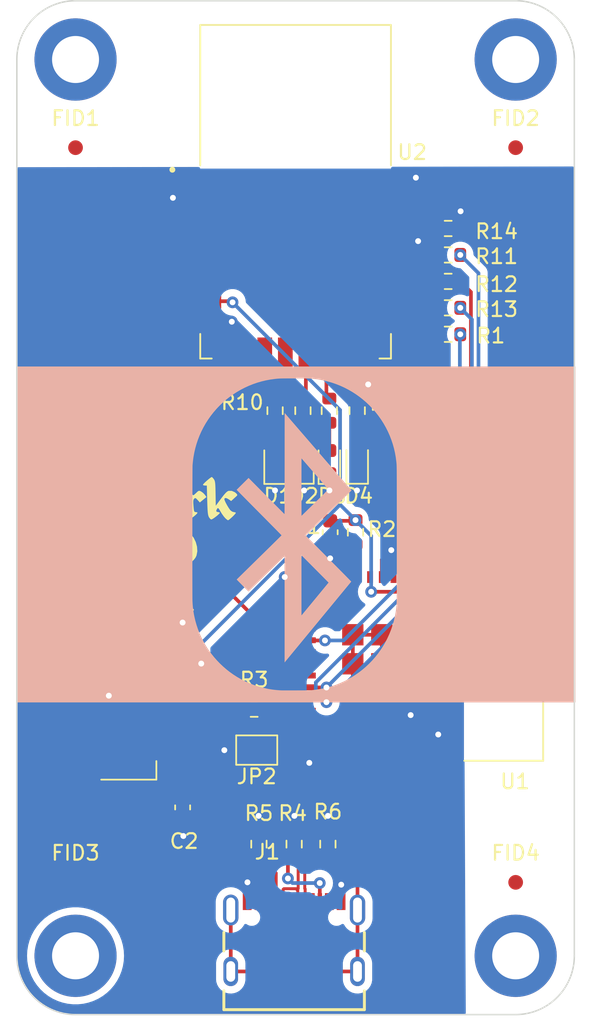
<source format=kicad_pcb>
(kicad_pcb (version 20221018) (generator pcbnew)
  (layers (0 "F.Cu" signal) (31 "B.Cu" signal) (34 "B.Paste" user) (35 "F.Paste" user) (36 "B.SilkS" user "B.Silkscreen") (37 "F.SilkS" user "F.Silkscreen") (38 "B.Mask" user) (39 "F.Mask" user) (44 "Edge.Cuts" user))
  (net 0 "")
  (net 1 "VDD")
  (net 2 "GND")
  (net 3 "VBUS")
  (net 4 "Net-(D1-A)")
  (net 5 "Net-(D2-A)")
  (net 6 "Net-(D3-A)")
  (net 7 "Net-(D4-A)")
  (net 8 "Net-(J1-SHELL_GND-PadS1)")
  (net 9 "/D-")
  (net 10 "/D+")
  (net 12 "Net-(J1-CC2)")
  (net 13 "Net-(J1-CC1)")
  (net 15 "Net-(JP2-A)")
  (net 16 "Net-(U2-~{SPICS})")
  (net 17 "/SPICS")
  (net 18 "Net-(U1-EN)")
  (net 19 "Net-(U1-IO8)")
  (net 20 "Net-(U2-GPIO2{slash}RXLED)")
  (net 21 "Net-(U2-GPIO1{slash}SFDLED)")
  (net 22 "Net-(U2-GPIO0{slash}RXOKLED)")
  (net 23 "Net-(U2-GPIO3{slash}TXLED)")
  (net 24 "Net-(U2-SPICLK)")
  (net 25 "/SPICLK")
  (net 26 "Net-(U2-SPIMISO)")
  (net 27 "/SPIMISO")
  (net 28 "Net-(U2-SPIMOSI)")
  (net 29 "/SPIMOSI")
  (net 30 "Net-(U2-GPIO8{slash}IRQ)")
  (net 39 "/RST_UWB")
  (footprint "Resistor_SMD:R_0603_1608Metric" (layer "F.Cu") (at 164.2 97.9 90)
    (fp_text reference "R9" (at 0.5164 1.8144 180) (layer "F.SilkS"))
    (fp_text value "1K")
    (pad "1" smd roundrect (at -0.825 0 90) (size 0.8 0.95) (layers "F.Cu" "F.Paste" "F.Mask") (net 7 "Net-(D4-A)"))
    (pad "2" smd roundrect (at 0.825 0 90) (size 0.8 0.95) (layers "F.Cu" "F.Paste" "F.Mask") (net 22 "Net-(U2-GPIO0{slash}RXOKLED)"))
  )
  (footprint "Resistor_SMD:R_0603_1608Metric" (layer "F.Cu") (at 157.5 127.4 -90)
    (fp_text reference "R5" (at -2.1 0 -180) (layer "F.SilkS"))
    (fp_text value "5k1")
    (pad "1" smd roundrect (at -0.825 0 270) (size 0.8 0.95) (layers "F.Cu" "F.Paste" "F.Mask") (net 2 "GND"))
    (pad "2" smd roundrect (at 0.825 0 270) (size 0.8 0.95) (layers "F.Cu" "F.Paste" "F.Mask") (net 13 "Net-(J1-CC1)"))
  )
  (footprint "Fiducial:Fiducial_1mm_Mask2mm" (layer "F.Cu") (at 145 80)
    (fp_text reference "FID1" (at 0 -2) (layer "F.SilkS"))
    (fp_text value "Fiducial")
    (pad "" smd circle (at 0 0) (size 1 1) (layers "F.Cu" "F.Mask") (clearance 0.5))
  )
  (footprint "Resistor_SMD:R_0603_1608Metric" (layer "F.Cu") (at 164.084 106.172 -90)
    (fp_text reference "R2" (at -0.2 -1.8 -180) (layer "F.SilkS"))
    (fp_text value "10K")
    (pad "1" smd roundrect (at -0.825 0 270) (size 0.8 0.95) (layers "F.Cu" "F.Paste" "F.Mask") (net 1 "VDD"))
    (pad "2" smd roundrect (at 0.825 0 270) (size 0.8 0.95) (layers "F.Cu" "F.Paste" "F.Mask") (net 18 "Net-(U1-EN)"))
  )
  (footprint "Resistor_SMD:R_0603_1608Metric" (layer "F.Cu") (at 162.2 127.4 90)
    (fp_text reference "R6" (at 2.2 0 180) (layer "F.SilkS"))
    (fp_text value "100K")
    (pad "1" smd roundrect (at -0.825 0 90) (size 0.8 0.95) (layers "F.Cu" "F.Paste" "F.Mask") (net 8 "Net-(J1-SHELL_GND-PadS1)"))
    (pad "2" smd roundrect (at 0.825 0 90) (size 0.8 0.95) (layers "F.Cu" "F.Paste" "F.Mask") (net 2 "GND"))
  )
  (footprint "Resistor_SMD:R_0603_1608Metric" (layer "F.Cu") (at 170.4 92.7)
    (fp_text reference "R1" (at 2.9 0.1) (layer "F.SilkS"))
    (fp_text value "49.9R")
    (pad "1" smd roundrect (at -0.825 0) (size 0.8 0.95) (layers "F.Cu" "F.Paste" "F.Mask") (net 16 "Net-(U2-~{SPICS})"))
    (pad "2" smd roundrect (at 0.825 0) (size 0.8 0.95) (layers "F.Cu" "F.Paste" "F.Mask") (net 17 "/SPICS"))
  )
  (footprint "MountingHole:MountingHole_3.2mm_M3_DIN965_Pad" (layer "F.Cu") (at 145 74)
    (fp_text reference "H1" hide)
    (fp_text value "MountingHole")
    (pad "1" thru_hole circle (at 0 0) (size 5.6 5.6) (drill 3.2) (layers "*.Cu" "*.Mask"))
  )
  (footprint "Resistor_SMD:R_0603_1608Metric" (layer "F.Cu") (at 162.3 97.9 90)
    (fp_text reference "R8" hide)
    (fp_text value "1K")
    (pad "1" smd roundrect (at -0.825 0 90) (size 0.8 0.95) (layers "F.Cu" "F.Paste" "F.Mask") (net 6 "Net-(D3-A)"))
    (pad "2" smd roundrect (at 0.825 0 90) (size 0.8 0.95) (layers "F.Cu" "F.Paste" "F.Mask") (net 21 "Net-(U2-GPIO1{slash}SFDLED)"))
  )
  (footprint "MountingHole:MountingHole_3.2mm_M3_DIN965_Pad" (layer "F.Cu") (at 175 135)
    (fp_text reference "H4" hide)
    (fp_text value "MountingHole")
    (pad "1" thru_hole circle (at 0 0) (size 5.6 5.6) (drill 3.2) (layers "*.Cu" "*.Mask"))
  )
  (footprint "Fiducial:Fiducial_1mm_Mask2mm" (layer "F.Cu") (at 175 130)
    (fp_text reference "FID4" (at 0 -2) (layer "F.SilkS"))
    (fp_text value "Fiducial")
    (pad "" smd circle (at 0 0) (size 1 1) (layers "F.Cu" "F.Mask") (clearance 0.5))
  )
  (footprint "LED_SMD:LED_0603_1608Metric" (layer "F.Cu") (at 158.6 101.4 90)
    (fp_text reference "D1" (at -2.3 0.2 180) (layer "F.SilkS"))
    (fp_text value "LED")
    (pad "1" smd roundrect (at -0.7875 0 90) (size 0.875 0.95) (layers "F.Cu" "F.Paste" "F.Mask") (net 2 "GND"))
    (pad "2" smd roundrect (at 0.7875 0 90) (size 0.875 0.95) (layers "F.Cu" "F.Paste" "F.Mask") (net 4 "Net-(D1-A)"))
  )
  (footprint "DWS3000SQ:XCVR_DWM3000SQ" (layer "F.Cu") (at 160 83)
    (fp_text reference "U2" (at 7.9448 -2.6852) (layer "F.SilkS"))
    (fp_text value "DWM3000SQ")
    (pad "1" smd rect (at -6.295 -0.95) (size 2.45 1) (layers "F.Cu" "F.Paste" "F.Mask"))
    (pad "2" smd rect (at -6.295 0.45) (size 2.45 1) (layers "F.Cu" "F.Paste" "F.Mask") (net 2 "GND"))
    (pad "3" smd rect (at -6.295 1.85) (size 2.45 1) (layers "F.Cu" "F.Paste" "F.Mask") (net 39 "/RST_UWB"))
    (pad "4" smd rect (at -6.295 3.25) (size 2.45 1) (layers "F.Cu" "F.Paste" "F.Mask"))
    (pad "5" smd rect (at -6.295 4.65) (size 2.45 1) (layers "F.Cu" "F.Paste" "F.Mask") (net 1 "VDD"))
    (pad "6" smd rect (at -6.295 6.05) (size 2.45 1) (layers "F.Cu" "F.Paste" "F.Mask") (net 1 "VDD"))
    (pad "7" smd rect (at -6.295 7.45) (size 2.45 1) (layers "F.Cu" "F.Paste" "F.Mask") (net 1 "VDD"))
    (pad "8" smd rect (at -6.295 8.85) (size 2.45 1) (layers "F.Cu" "F.Paste" "F.Mask") (net 2 "GND"))
    (pad "9" smd rect (at -4.9 11.145) (size 1 2.45) (layers "F.Cu" "F.Paste" "F.Mask"))
    (pad "10" smd rect (at -3.5 11.145) (size 1 2.45) (layers "F.Cu" "F.Paste" "F.Mask"))
    (pad "11" smd rect (at -2.1 11.145) (size 1 2.45) (layers "F.Cu" "F.Paste" "F.Mask"))
    (pad "12" smd rect (at -0.7 11.145) (size 1 2.45) (layers "F.Cu" "F.Paste" "F.Mask") (net 23 "Net-(U2-GPIO3{slash}TXLED)"))
    (pad "13" smd rect (at 0.7 11.145) (size 1 2.45) (layers "F.Cu" "F.Paste" "F.Mask") (net 20 "Net-(U2-GPIO2{slash}RXLED)"))
    (pad "14" smd rect (at 2.1 11.145) (size 1 2.45) (layers "F.Cu" "F.Paste" "F.Mask") (net 21 "Net-(U2-GPIO1{slash}SFDLED)"))
    (pad "15" smd rect (at 3.5 11.145) (size 1 2.45) (layers "F.Cu" "F.Paste" "F.Mask") (net 22 "Net-(U2-GPIO0{slash}RXOKLED)"))
    (pad "16" smd rect (at 4.9 11.145) (size 1 2.45) (layers "F.Cu" "F.Paste" "F.Mask") (net 2 "GND"))
    (pad "17" smd rect (at 6.295 8.85) (size 2.45 1) (layers "F.Cu" "F.Paste" "F.Mask") (net 16 "Net-(U2-~{SPICS})"))
    (pad "18" smd rect (at 6.295 7.45) (size 2.45 1) (layers "F.Cu" "F.Paste" "F.Mask") (net 28 "Net-(U2-SPIMOSI)"))
    (pad "19" smd rect (at 6.295 6.05) (size 2.45 1) (layers "F.Cu" "F.Paste" "F.Mask") (net 26 "Net-(U2-SPIMISO)"))
    (pad "20" smd rect (at 6.295 4.65) (size 2.45 1) (layers "F.Cu" "F.Paste" "F.Mask") (net 24 "Net-(U2-SPICLK)"))
    (pad "21" smd rect (at 6.295 3.25) (size 2.45 1) (layers "F.Cu" "F.Paste" "F.Mask") (net 2 "GND"))
    (pad "22" smd rect (at 6.295 1.85) (size 2.45 1) (layers "F.Cu" "F.Paste" "F.Mask") (net 30 "Net-(U2-GPIO8{slash}IRQ)"))
    (pad "23" smd rect (at 6.295 0.45) (size 2.45 1) (layers "F.Cu" "F.Paste" "F.Mask") (net 2 "GND"))
    (pad "24" smd rect (at 6.295 -0.95) (size 2.45 1) (layers "F.Cu" "F.Paste" "F.Mask") (net 2 "GND"))
    (zone (net 0) (net_name "") (layer "B.Cu") (connect_pads (clearance 0)) (min_thickness 0.01)
      (keepout (tracks not_allowed) (vias not_allowed) (pads not_allowed) (copperpour not_allowed) (footprints allowed))
      (fill (thermal_gap 0.508) (thermal_bridge_width 0.508))
      (polygon (pts (xy 153.5 71.65) (xy 166.5 71.65) (xy 166.5 81.425) (xy 153.5 81.425)))
    )
  )
  (footprint "Resistor_SMD:R_0603_1608Metric" (layer "F.Cu") (at 170.4 87.3)
    (fp_text reference "R11" (at 3.3 0.1) (layer "F.SilkS"))
    (fp_text value "49.9R")
    (pad "1" smd roundrect (at -0.825 0) (size 0.8 0.95) (layers "F.Cu" "F.Paste" "F.Mask") (net 24 "Net-(U2-SPICLK)"))
    (pad "2" smd roundrect (at 0.825 0) (size 0.8 0.95) (layers "F.Cu" "F.Paste" "F.Mask") (net 25 "/SPICLK"))
  )
  (footprint "Capacitor_SMD:C_0603_1608Metric" (layer "F.Cu") (at 152.3 114.3 90)
    (fp_text reference "C3" (at 2.3 -0.1 180) (layer "F.SilkS"))
    (fp_text value "22u")
    (pad "1" smd roundrect (at -0.775 0 90) (size 0.9 0.95) (layers "F.Cu" "F.Paste" "F.Mask") (net 1 "VDD"))
    (pad "2" smd roundrect (at 0.775 0 90) (size 0.9 0.95) (layers "F.Cu" "F.Paste" "F.Mask") (net 2 "GND"))
  )
  (footprint "LOGO" (layer "F.Cu") (at 150.1648 106.0704)
    (fp_text reference "G***" hide)
    (fp_text value "LOGO" hide)
  )
  (footprint "LED_SMD:LED_0603_1608Metric" (layer "F.Cu") (at 160.5 101.3875 90)
    (fp_text reference "D2" (at -2.3125 0.1 180) (layer "F.SilkS"))
    (fp_text value "LED")
    (pad "1" smd roundrect (at -0.7875 0 90) (size 0.875 0.95) (layers "F.Cu" "F.Paste" "F.Mask") (net 2 "GND"))
    (pad "2" smd roundrect (at 0.7875 0 90) (size 0.875 0.95) (layers "F.Cu" "F.Paste" "F.Mask") (net 5 "Net-(D2-A)"))
  )
  (footprint "Package_TO_SOT_SMD:SOT-223-3_TabPin2" (layer "F.Cu") (at 148.6 119.6)
    (fp_text reference "U4" (at -3.5152 -4.538) (layer "F.SilkS"))
    (fp_text value "AMS1117-3.3")
    (pad "1" smd rect (at -3.15 -2.3) (size 2 1.5) (layers "F.Cu" "F.Paste" "F.Mask") (net 2 "GND"))
    (pad "2" smd rect (at -3.15 0) (size 2 1.5) (layers "F.Cu" "F.Paste" "F.Mask") (net 1 "VDD"))
    (pad "2" smd rect (at 3.15 0) (size 2 3.8) (layers "F.Cu" "F.Paste" "F.Mask") (net 1 "VDD"))
    (pad "3" smd rect (at -3.15 2.3) (size 2 1.5) (layers "F.Cu" "F.Paste" "F.Mask") (net 3 "VBUS"))
  )
  (footprint "Capacitor_SMD:C_0603_1608Metric" (layer "F.Cu") (at 162.3568 106.172 -90)
    (fp_text reference "C1" (at -0.4 1.6 -180) (layer "F.SilkS"))
    (fp_text value "1u")
    (pad "1" smd roundrect (at -0.775 0 270) (size 0.9 0.95) (layers "F.Cu" "F.Paste" "F.Mask") (net 1 "VDD"))
    (pad "2" smd roundrect (at 0.775 0 270) (size 0.9 0.95) (layers "F.Cu" "F.Paste" "F.Mask") (net 2 "GND"))
  )
  (footprint "LED_SMD:LED_0603_1608Metric" (layer "F.Cu") (at 164.2 101.3875 90)
    (fp_text reference "D4" (at -2.3125 0.1 180) (layer "F.SilkS"))
    (fp_text value "LED")
    (pad "1" smd roundrect (at -0.7875 0 90) (size 0.875 0.95) (layers "F.Cu" "F.Paste" "F.Mask") (net 2 "GND"))
    (pad "2" smd roundrect (at 0.7875 0 90) (size 0.875 0.95) (layers "F.Cu" "F.Paste" "F.Mask") (net 7 "Net-(D4-A)"))
  )
  (footprint "Resistor_SMD:R_0603_1608Metric" (layer "F.Cu") (at 170.4 89.1)
    (fp_text reference "R12" (at 3.3 0.2) (layer "F.SilkS"))
    (fp_text value "49.9R")
    (pad "1" smd roundrect (at -0.825 0) (size 0.8 0.95) (layers "F.Cu" "F.Paste" "F.Mask") (net 26 "Net-(U2-SPIMISO)"))
    (pad "2" smd roundrect (at 0.825 0) (size 0.8 0.95) (layers "F.Cu" "F.Paste" "F.Mask") (net 27 "/SPIMISO"))
  )
  (footprint "LED_SMD:LED_0603_1608Metric" (layer "F.Cu") (at 162.3 101.4 90)
    (fp_text reference "D3" (at -2.3 0.2 180) (layer "F.SilkS"))
    (fp_text value "LED")
    (pad "1" smd roundrect (at -0.7875 0 90) (size 0.875 0.95) (layers "F.Cu" "F.Paste" "F.Mask") (net 2 "GND"))
    (pad "2" smd roundrect (at 0.7875 0 90) (size 0.875 0.95) (layers "F.Cu" "F.Paste" "F.Mask") (net 6 "Net-(D3-A)"))
  )
  (footprint "MountingHole:MountingHole_3.2mm_M3_DIN965_Pad" (layer "F.Cu") (at 175 74)
    (fp_text reference "H2" hide)
    (fp_text value "MountingHole")
    (pad "1" thru_hole circle (at 0 0) (size 5.6 5.6) (drill 3.2) (layers "*.Cu" "*.Mask"))
  )
  (footprint "Resistor_SMD:R_0603_1608Metric" (layer "F.Cu") (at 159.9 127.4 90)
    (fp_text reference "R4" (at 2.1 -0.1 180) (layer "F.SilkS"))
    (fp_text value "5k1")
    (pad "1" smd roundrect (at -0.825 0 90) (size 0.8 0.95) (layers "F.Cu" "F.Paste" "F.Mask") (net 12 "Net-(J1-CC2)"))
    (pad "2" smd roundrect (at 0.825 0 90) (size 0.8 0.95) (layers "F.Cu" "F.Paste" "F.Mask") (net 2 "GND"))
  )
  (footprint "Fiducial:Fiducial_1mm_Mask2mm" (layer "F.Cu") (at 175 80)
    (fp_text reference "FID2" (at 0 -2) (layer "F.SilkS"))
    (fp_text value "Fiducial")
    (pad "" smd circle (at 0 0) (size 1 1) (layers "F.Cu" "F.Mask") (clearance 0.5))
  )
  (footprint "LOGO" (layer "F.Cu") (at 160.02 106.3244)
    (fp_text reference "G***" hide)
    (fp_text value "LOGO" hide)
  )
  (footprint "Fiducial:Fiducial_1mm_Mask2mm" (layer "F.Cu") (at 145 130)
    (fp_text reference "FID3" (at 0 -2) (layer "F.SilkS"))
    (fp_text value "Fiducial")
    (pad "" smd circle (at 0 0) (size 1 1) (layers "F.Cu" "F.Mask") (clearance 0.5))
  )
  (footprint "Resistor_SMD:R_0603_1608Metric" (layer "F.Cu") (at 170.4 85.5 180)
    (fp_text reference "R14" (at -3.3 -0.2) (layer "F.SilkS"))
    (fp_text value "100K")
    (pad "1" smd roundrect (at -0.825 0 180) (size 0.8 0.95) (layers "F.Cu" "F.Paste" "F.Mask") (net 2 "GND"))
    (pad "2" smd roundrect (at 0.825 0 180) (size 0.8 0.95) (layers "F.Cu" "F.Paste" "F.Mask") (net 30 "Net-(U2-GPIO8{slash}IRQ)"))
  )
  (footprint "Jumper:SolderJumper-2_P1.3mm_Open_Pad1.0x1.5mm" (layer "F.Cu") (at 157.35 121 180)
    (fp_text reference "JP2" (at 0 -1.8) (layer "F.SilkS"))
    (fp_text value "SolderJumper_2_Open")
    (pad "1" smd rect (at -0.65 0 180) (size 1 1.5) (layers "F.Cu" "F.Mask") (net 15 "Net-(JP2-A)"))
    (pad "2" smd rect (at 0.65 0 180) (size 1 1.5) (layers "F.Cu" "F.Mask") (net 2 "GND"))
  )
  (footprint "Resistor_SMD:R_0603_1608Metric" (layer "F.Cu") (at 158.6 97.9 90)
    (fp_text reference "R10" (at 0.5672 -2.2376 180) (layer "F.SilkS"))
    (fp_text value "1K")
    (pad "1" smd roundrect (at -0.825 0 90) (size 0.8 0.95) (layers "F.Cu" "F.Paste" "F.Mask") (net 4 "Net-(D1-A)"))
    (pad "2" smd roundrect (at 0.825 0 90) (size 0.8 0.95) (layers "F.Cu" "F.Paste" "F.Mask") (net 23 "Net-(U2-GPIO3{slash}TXLED)"))
  )
  (footprint "Resistor_SMD:R_0603_1608Metric" (layer "F.Cu") (at 170.4 90.9)
    (fp_text reference "R13" (at 3.3 0.1) (layer "F.SilkS"))
    (fp_text value "49.9R")
    (pad "1" smd roundrect (at -0.825 0) (size 0.8 0.95) (layers "F.Cu" "F.Paste" "F.Mask") (net 28 "Net-(U2-SPIMOSI)"))
    (pad "2" smd roundrect (at 0.825 0) (size 0.8 0.95) (layers "F.Cu" "F.Paste" "F.Mask") (net 29 "/SPIMOSI"))
  )
  (footprint "USB4105-GF-A:GCT_USB4105-GF-A" (layer "F.Cu") (at 159.9 136.065)
    (fp_text reference "J1" (at -1.825 -8.135) (layer "F.SilkS"))
    (fp_text value "USB4105-GF-A")
    (pad "" np_thru_hole circle (at -2.89 -3.68) (size 0.65 0.65) (drill 0.65) (layers "*.Cu" "*.Mask"))
    (pad "" np_thru_hole circle (at 2.89 -3.68) (size 0.65 0.65) (drill 0.65) (layers "*.Cu" "*.Mask"))
    (pad "A1_B12" smd rect (at -3.2 -4.755) (size 0.6 1.15) (layers "F.Cu" "F.Paste" "F.Mask") (net 2 "GND"))
    (pad "A4_B9" smd rect (at -2.4 -4.755) (size 0.6 1.15) (layers "F.Cu" "F.Paste" "F.Mask") (net 3 "VBUS"))
    (pad "A5" smd rect (at -1.25 -4.755) (size 0.3 1.15) (layers "F.Cu" "F.Paste" "F.Mask") (net 13 "Net-(J1-CC1)"))
    (pad "A6" smd rect (at -0.25 -4.755) (size 0.3 1.15) (layers "F.Cu" "F.Paste" "F.Mask") (net 10 "/D+"))
    (pad "A7" smd rect (at 0.25 -4.755) (size 0.3 1.15) (layers "F.Cu" "F.Paste" "F.Mask") (net 9 "/D-"))
    (pad "A8" smd rect (at 1.25 -4.755) (size 0.3 1.15) (layers "F.Cu" "F.Paste" "F.Mask"))
    (pad "B1_A12" smd rect (at 3.2 -4.755) (size 0.6 1.15) (layers "F.Cu" "F.Paste" "F.Mask") (net 2 "GND"))
    (pad "B4_A9" smd rect (at 2.4 -4.755) (size 0.6 1.15) (layers "F.Cu" "F.Paste" "F.Mask") (net 3 "VBUS"))
    (pad "B5" smd rect (at 1.75 -4.755) (size 0.3 1.15) (layers "F.Cu" "F.Paste" "F.Mask") (net 12 "Net-(J1-CC2)"))
    (pad "B6" smd rect (at 0.75 -4.755) (size 0.3 1.15) (layers "F.Cu" "F.Paste" "F.Mask") (net 10 "/D+"))
    (pad "B7" smd rect (at -0.75 -4.755) (size 0.3 1.15) (layers "F.Cu" "F.Paste" "F.Mask") (net 9 "/D-"))
    (pad "B8" smd rect (at -1.75 -4.755) (size 0.3 1.15) (layers "F.Cu" "F.Paste" "F.Mask"))
    (pad "S1" thru_hole oval (at -4.32 -4.18) (size 1.05 2.1) (drill oval 0.6 1.7) (layers "*.Cu" "*.Mask") (net 8 "Net-(J1-SHELL_GND-PadS1)"))
    (pad "S2" thru_hole oval (at -4.32 0) (size 1 2) (drill oval 0.6 1.4) (layers "*.Cu" "*.Mask") (net 8 "Net-(J1-SHELL_GND-PadS1)"))
    (pad "S3" thru_hole oval (at 4.32 0) (size 1 2) (drill oval 0.6 1.4) (layers "*.Cu" "*.Mask") (net 8 "Net-(J1-SHELL_GND-PadS1)"))
    (pad "S4" thru_hole oval (at 4.32 -4.18) (size 1.05 2.1) (drill oval 0.6 1.7) (layers "*.Cu" "*.Mask") (net 8 "Net-(J1-SHELL_GND-PadS1)"))
  )
  (footprint "ESP32-C3-MINI-1-N4:XCVR_ESP32-C3-MINI-1-N4" (layer "F.Cu") (at 168.575 115.125 -90)
    (fp_text reference "U1" (at 8.0142 -6.3802 -180) (layer "F.SilkS"))
    (fp_text value "ESP32-C3-MINI-1-N4")
    (pad "1" smd rect (at -5.9 -1.3 270) (size 0.8 0.4) (layers "F.Cu" "F.Paste" "F.Mask") (net 2 "GND"))
    (pad "2" smd rect (at -5.9 -0.5 270) (size 0.8 0.4) (layers "F.Cu" "F.Paste" "F.Mask") (net 2 "GND"))
    (pad "3" smd rect (at -5.9 0.3 270) (size 0.8 0.4) (layers "F.Cu" "F.Paste" "F.Mask") (net 1 "VDD"))
    (pad "4" smd rect (at -5.9 1.1 270) (size 0.8 0.4) (layers "F.Cu" "F.Paste" "F.Mask"))
    (pad "5" smd rect (at -5.9 1.9 270) (size 0.8 0.4) (layers "F.Cu" "F.Paste" "F.Mask") (net 27 "/SPIMISO"))
    (pad "6" smd rect (at -5.9 2.7 270) (size 0.8 0.4) (layers "F.Cu" "F.Paste" "F.Mask") (net 2 "GND"))
    (pad "7" smd rect (at -5.9 3.5 270) (size 0.8 0.4) (layers "F.Cu" "F.Paste" "F.Mask"))
    (pad "8" smd rect (at -5.9 4.3 270) (size 0.8 0.4) (layers "F.Cu" "F.Paste" "F.Mask") (net 18 "Net-(U1-EN)"))
    (pad "9" smd rect (at -5.9 5.1 270) (size 0.8 0.4) (layers "F.Cu" "F.Paste" "F.Mask"))
    (pad "10" smd rect (at -5.9 5.9 270) (size 0.8 0.4) (layers "F.Cu" "F.Paste" "F.Mask"))
    (pad "11" smd rect (at -5.9 6.7 270) (size 0.8 0.4) (layers "F.Cu" "F.Paste" "F.Mask") (net 2 "GND"))
    (pad "12" smd rect (at -4.8 7.6 270) (size 0.4 0.8) (layers "F.Cu" "F.Paste" "F.Mask"))
    (pad "13" smd rect (at -4 7.6 270) (size 0.4 0.8) (layers "F.Cu" "F.Paste" "F.Mask"))
    (pad "14" smd rect (at -3.2 7.6 270) (size 0.4 0.8) (layers "F.Cu" "F.Paste" "F.Mask") (net 2 "GND"))
    (pad "15" smd rect (at -2.4 7.6 270) (size 0.4 0.8) (layers "F.Cu" "F.Paste" "F.Mask"))
    (pad "16" smd rect (at -1.6 7.6 270) (size 0.4 0.8) (layers "F.Cu" "F.Paste" "F.Mask") (net 17 "/SPICS"))
    (pad "17" smd rect (at -0.8 7.6 270) (size 0.4 0.8) (layers "F.Cu" "F.Paste" "F.Mask"))
    (pad "18" smd rect (at 0 7.6 270) (size 0.4 0.8) (layers "F.Cu" "F.Paste" "F.Mask") (net 39 "/RST_UWB"))
    (pad "19" smd rect (at 0.8 7.6 270) (size 0.4 0.8) (layers "F.Cu" "F.Paste" "F.Mask"))
    (pad "20" smd rect (at 1.6 7.6 270) (size 0.4 0.8) (layers "F.Cu" "F.Paste" "F.Mask") (net 25 "/SPICLK"))
    (pad "21" smd rect (at 2.4 7.6 270) (size 0.4 0.8) (layers "F.Cu" "F.Paste" "F.Mask") (net 29 "/SPIMOSI"))
    (pad "22" smd rect (at 3.2 7.6 270) (size 0.4 0.8) (layers "F.Cu" "F.Paste" "F.Mask") (net 19 "Net-(U1-IO8)"))
    (pad "23" smd rect (at 4 7.6 270) (size 0.4 0.8) (layers "F.Cu" "F.Paste" "F.Mask") (net 15 "Net-(JP2-A)"))
    (pad "24" smd rect (at 4.8 7.6 270) (size 0.4 0.8) (layers "F.Cu" "F.Paste" "F.Mask"))
    (pad "25" smd rect (at 5.9 6.7 270) (size 0.8 0.4) (layers "F.Cu" "F.Paste" "F.Mask"))
    (pad "26" smd rect (at 5.9 5.9 270) (size 0.8 0.4) (layers "F.Cu" "F.Paste" "F.Mask") (net 9 "/D-"))
    (pad "27" smd rect (at 5.9 5.1 270) (size 0.8 0.4) (layers "F.Cu" "F.Paste" "F.Mask") (net 10 "/D+"))
    (pad "28" smd rect (at 5.9 4.3 270) (size 0.8 0.4) (layers "F.Cu" "F.Paste" "F.Mask"))
    (pad "29" smd rect (at 5.9 3.5 270) (size 0.8 0.4) (layers "F.Cu" "F.Paste" "F.Mask"))
    (pad "30" smd rect (at 5.9 2.7 270) (size 0.8 0.4) (layers "F.Cu" "F.Paste" "F.Mask"))
    (pad "31" smd rect (at 5.9 1.9 270) (size 0.8 0.4) (layers "F.Cu" "F.Paste" "F.Mask"))
    (pad "32" smd rect (at 5.9 1.1 270) (size 0.8 0.4) (layers "F.Cu" "F.Paste" "F.Mask"))
    (pad "33" smd rect (at 5.9 0.3 270) (size 0.8 0.4) (layers "F.Cu" "F.Paste" "F.Mask"))
    (pad "34" smd rect (at 5.9 -0.5 270) (size 0.8 0.4) (layers "F.Cu" "F.Paste" "F.Mask"))
    (pad "35" smd rect (at 5.9 -1.3 270) (size 0.8 0.4) (layers "F.Cu" "F.Paste" "F.Mask"))
    (pad "36" smd rect (at 4.8 -2.2 270) (size 0.4 0.8) (layers "F.Cu" "F.Paste" "F.Mask") (net 2 "GND"))
    (pad "37" smd rect (at 4 -2.2 270) (size 0.4 0.8) (layers "F.Cu" "F.Paste" "F.Mask") (net 2 "GND"))
    (pad "38" smd rect (at 3.2 -2.2 270) (size 0.4 0.8) (layers "F.Cu" "F.Paste" "F.Mask") (net 2 "GND"))
    (pad "39" smd rect (at 2.4 -2.2 270) (size 0.4 0.8) (layers "F.Cu" "F.Paste" "F.Mask") (net 2 "GND"))
    (pad "40" smd rect (at 1.6 -2.2 270) (size 0.4 0.8) (layers "F.Cu" "F.Paste" "F.Mask") (net 2 "GND"))
    (pad "41" smd rect (at 0.8 -2.2 270) (size 0.4 0.8) (layers "F.Cu" "F.Paste" "F.Mask") (net 2 "GND"))
    (pad "42" smd rect (at 0 -2.2 270) (size 0.4 0.8) (layers "F.Cu" "F.Paste" "F.Mask") (net 2 "GND"))
    (pad "43" smd rect (at -0.8 -2.2 270) (size 0.4 0.8) (layers "F.Cu" "F.Paste" "F.Mask") (net 2 "GND"))
    (pad "44" smd rect (at -1.6 -2.2 270) (size 0.4 0.8) (layers "F.Cu" "F.Paste" "F.Mask") (net 2 "GND"))
    (pad "45" smd rect (at -2.4 -2.2 270) (size 0.4 0.8) (layers "F.Cu" "F.Paste" "F.Mask") (net 2 "GND"))
    (pad "46" smd rect (at -3.2 -2.2 270) (size 0.4 0.8) (layers "F.Cu" "F.Paste" "F.Mask") (net 2 "GND"))
    (pad "47" smd rect (at -4 -2.2 270) (size 0.4 0.8) (layers "F.Cu" "F.Paste" "F.Mask") (net 2 "GND"))
    (pad "48" smd rect (at -4.8 -2.2 270) (size 0.4 0.8) (layers "F.Cu" "F.Paste" "F.Mask") (net 2 "GND"))
    (pad "49_1" smd custom (at -1.975 0.725 270) (size 0.6 0.6) (layers "F.Cu") (net 2 "GND") (options (clearance outline) (anchor rect)) (primitives (gr_poly (pts (xy 0.725 0.725) (xy -0.725 0.725) (xy -0.725 -0.125) (xy -0.125 -0.725) (xy 0.725 -0.725)) (width 0.01) (fill yes))))
    (pad "49_2" smd rect (at 0 0.725 270) (size 1.45 1.45) (layers "F.Cu" "F.Paste" "F.Mask") (net 2 "GND"))
    (pad "49_3" smd rect (at 1.975 0.725 270) (size 1.45 1.45) (layers "F.Cu" "F.Paste" "F.Mask") (net 2 "GND"))
    (pad "49_4" smd rect (at 1.975 2.7 270) (size 1.45 1.45) (layers "F.Cu" "F.Paste" "F.Mask") (net 2 "GND"))
    (pad "49_5" smd rect (at 1.975 4.675 270) (size 1.45 1.45) (layers "F.Cu" "F.Paste" "F.Mask") (net 2 "GND"))
    (pad "49_6" smd rect (at 0 4.675 270) (size 1.45 1.45) (layers "F.Cu" "F.Paste" "F.Mask") (net 2 "GND"))
    (pad "49_7" smd rect (at -1.975 4.675 270) (size 1.45 1.45) (layers "F.Cu" "F.Paste" "F.Mask") (net 2 "GND"))
    (pad "49_8" smd rect (at -1.975 2.7 270) (size 1.45 1.45) (layers "F.Cu" "F.Paste" "F.Mask") (net 2 "GND"))
    (pad "49_9" smd rect (at 0 2.7 270) (size 1.45 1.45) (layers "F.Cu" "F.Paste" "F.Mask") (net 2 "GND"))
    (pad "50" smd rect (at 5.95 -2.25 270) (size 0.7 0.7) (layers "F.Cu" "F.Paste" "F.Mask") (net 2 "GND"))
    (pad "51" smd rect (at 5.95 7.65 270) (size 0.7 0.7) (layers "F.Cu" "F.Paste" "F.Mask") (net 2 "GND"))
    (pad "52" smd rect (at -5.95 7.65 270) (size 0.7 0.7) (layers "F.Cu" "F.Paste" "F.Mask") (net 2 "GND"))
    (pad "53" smd rect (at -5.95 -2.25 270) (size 0.7 0.7) (layers "F.Cu" "F.Paste" "F.Mask") (net 2 "GND"))
    (zone (net 0) (net_name "") (layer "B.Cu") (connect_pads (clearance 0)) (min_thickness 0.01)
      (keepout (tracks not_allowed) (vias not_allowed) (pads not_allowed) (copperpour not_allowed) (footprints allowed))
      (fill (thermal_gap 0.508) (thermal_bridge_width 0.508))
      (polygon (pts (xy 176.875 108.525) (xy 176.875 121.725) (xy 171.475 121.725) (xy 171.475 108.525)))
    )
  )
  (footprint "Resistor_SMD:R_0603_1608Metric" (layer "F.Cu") (at 157.1752 118.2116 180)
    (fp_text reference "R3" (at 0 2) (layer "F.SilkS"))
    (fp_text value "10K")
    (pad "1" smd roundrect (at -0.825 0 180) (size 0.8 0.95) (layers "F.Cu" "F.Paste" "F.Mask") (net 19 "Net-(U1-IO8)"))
    (pad "2" smd roundrect (at 0.825 0 180) (size 0.8 0.95) (layers "F.Cu" "F.Paste" "F.Mask") (net 1 "VDD"))
  )
  (footprint "MountingHole:MountingHole_3.2mm_M3_DIN965_Pad" (layer "F.Cu") (at 145 135)
    (fp_text reference "H3" hide)
    (fp_text value "MountingHole")
    (pad "1" thru_hole circle (at 0 0) (size 5.6 5.6) (drill 3.2) (layers "*.Cu" "*.Mask"))
  )
  (footprint "Resistor_SMD:R_0603_1608Metric" (layer "F.Cu") (at 160.5 97.9 90)
    (fp_text reference "R7" hide)
    (fp_text value "1K")
    (pad "1" smd roundrect (at -0.825 0 90) (size 0.8 0.95) (layers "F.Cu" "F.Paste" "F.Mask") (net 5 "Net-(D2-A)"))
    (pad "2" smd roundrect (at 0.825 0 90) (size 0.8 0.95) (layers "F.Cu" "F.Paste" "F.Mask") (net 20 "Net-(U2-GPIO2{slash}RXLED)"))
  )
  (footprint "Capacitor_SMD:C_0603_1608Metric" (layer "F.Cu") (at 152.3 124.9 -90)
    (fp_text reference "C2" (at 2.3 -0.1 -180) (layer "F.SilkS"))
    (fp_text value "10u")
    (pad "1" smd roundrect (at -0.775 0 270) (size 0.9 0.95) (layers "F.Cu" "F.Paste" "F.Mask") (net 3 "VBUS"))
    (pad "2" smd roundrect (at 0.775 0 270) (size 0.9 0.95) (layers "F.Cu" "F.Paste" "F.Mask") (net 2 "GND"))
  )
  (gr_line (start 141 74) (end 141 135) (stroke (width 0.1)) (layer "Edge.Cuts"))
  (gr_line (start 145 139) (end 175 139) (stroke (width 0.1)) (layer "Edge.Cuts"))
  (gr_line (start 179 74) (end 179 135) (stroke (width 0.1)) (layer "Edge.Cuts"))
  (gr_line (start 145 70) (end 175 70) (stroke (width 0.1)) (layer "Edge.Cuts"))
  (gr_arc (start 141 74) (mid 142.171573 71.171573) (end 145 70) (stroke (width 0.1)) (layer "Edge.Cuts"))
  (gr_arc (start 145 139) (mid 142.171573 137.828427) (end 141 135) (stroke (width 0.1)) (layer "Edge.Cuts"))
  (gr_arc (start 175 70) (mid 177.828427 71.171573) (end 179 74) (stroke (width 0.1)) (layer "Edge.Cuts"))
  (gr_arc (start 179 135) (mid 177.828427 137.828427) (end 175 139) (stroke (width 0.1)) (layer "Edge.Cuts"))
  (segment (start 162.3568 105.397) (end 164.034 105.397) (width 0.25) (layer "F.Cu") (net 1))
  (segment (start 152.3378 115.1128) (end 152.3 115.075) (width 0.25) (layer "F.Cu") (net 1))
  (segment (start 153.705 87.65) (end 153.705 90.45) (width 0.25) (layer "F.Cu") (net 1))
  (segment (start 154.9618 119.6) (end 156.3502 118.2116) (width 0.25) (layer "F.Cu") (net 1))
  (segment (start 167.725498 110.224502) (end 165.1508 110.224502) (width 0.25) (layer "F.Cu") (net 1))
  (segment (start 151.75 119.6) (end 154.9618 119.6) (width 0.25) (layer "F.Cu") (net 1))
  (segment (start 164.034 105.397) (end 164.084 105.347) (width 0.25) (layer "F.Cu") (net 1))
  (segment (start 155.6264 90.45) (end 155.702 90.5256) (width 0.25) (layer "F.Cu") (net 1))
  (segment (start 153.5684 115.1128) (end 152.3378 115.1128) (width 0.25) (layer "F.Cu") (net 1))
  (segment (start 168.275 109.225) (end 168.275 109.675) (width 0.25) (layer "F.Cu") (net 1))
  (segment (start 153.705 90.45) (end 155.6264 90.45) (width 0.25) (layer "F.Cu") (net 1))
  (segment (start 151.75 115.625) (end 152.3 115.075) (width 0.25) (layer "F.Cu") (net 1))
  (segment (start 168.275 109.675) (end 167.725498 110.224502) (width 0.25) (layer "F.Cu") (net 1))
  (segment (start 151.75 119.6) (end 151.75 115.625) (width 0.25) (layer "F.Cu") (net 1))
  (segment (start 145.45 119.6) (end 151.75 119.6) (width 0.25) (layer "F.Cu") (net 1))
  (via (at 155.702 90.5256) (size 0.8) (drill 0.4) (layers "F.Cu" "B.Cu") (net 1))
  (via (at 165.1508 110.224502) (size 0.8) (drill 0.4) (layers "F.Cu" "B.Cu") (net 1))
  (via (at 164.084 105.347) (size 0.8) (drill 0.4) (layers "F.Cu" "B.Cu") (net 1))
  (via (at 153.5684 115.1128) (size 0.8) (drill 0.4) (layers "F.Cu" "B.Cu") (net 1))
  (segment (start 163.031 104.294) (end 153.5684 113.7566) (width 0.25) (layer "B.Cu") (net 1))
  (segment (start 155.702 90.5256) (end 163.031 97.8546) (width 0.25) (layer "B.Cu") (net 1))
  (segment (start 165.1508 110.224502) (end 165.1508 106.4138) (width 0.25) (layer "B.Cu") (net 1))
  (segment (start 163.031 97.8546) (end 163.031 104.294) (width 0.25) (layer "B.Cu") (net 1))
  (segment (start 165.1508 106.4138) (end 164.084 105.347) (width 0.25) (layer "B.Cu") (net 1))
  (segment (start 153.5684 113.7566) (end 153.5684 115.1128) (width 0.25) (layer "B.Cu") (net 1))
  (segment (start 163.031 104.294) (end 164.084 105.347) (width 0.25) (layer "B.Cu") (net 1))
  (segment (start 170.825 109.175) (end 170.825 121.075) (width 0.25) (layer "F.Cu") (net 2))
  (segment (start 161.875 109.270302) (end 161.875498 109.2708) (width 0.25) (layer "F.Cu") (net 2))
  (segment (start 163.1 130.1684) (end 163.109401 130.158999) (width 0.25) (layer "F.Cu") (net 2))
  (segment (start 162.2 126.575) (end 162.2 125.4804) (width 0.25) (layer "F.Cu") (net 2))
  (segment (start 152.2984 112.3188) (end 152.3 112.3204) (width 0.25) (layer "F.Cu") (net 2))
  (segment (start 157.5 126.575) (end 157.5 125.496) (width 0.25) (layer "F.Cu") (net 2))
  (segment (start 162.3 103.3212) (end 162.3 102.1875) (width 0.25) (layer "F.Cu") (net 2))
  (segment (start 168.3512 86.36) (end 168.2412 86.25) (width 0.25) (layer "F.Cu") (net 2))
  (segment (start 159.9 126.575) (end 159.9 125.4944) (width 0.25) (layer "F.Cu") (net 2))
  (segment (start 170.775 119.925) (end 169.7366 119.925) (width 0.25) (layer "F.Cu") (net 2))
  (segment (start 158.5976 102.1899) (end 158.6 102.1875) (width 0.25) (layer "F.Cu") (net 2))
  (segment (start 164.2 103.3128) (end 164.1856 103.3272) (width 0.25) (layer "F.Cu") (net 2))
  (segment (start 159.258 109.22) (end 160.88 109.22) (width 0.25) (layer "F.Cu") (net 2))
  (segment (start 152.3 126.7984) (end 152.3492 126.8476) (width 0.25) (layer "F.Cu") (net 2))
  (segment (start 159.9 125.4944) (end 159.9184 125.476) (width 0.25) (layer "F.Cu") (net 2))
  (segment (start 167.85 113.15) (end 163.9 113.15) (width 0.25) (layer "F.Cu") (net 2))
  (segment (start 155.6512 91.8464) (end 155.6476 91.85) (width 0.25) (layer "F.Cu") (net 2))
  (segment (start 162.306 103.3272) (end 162.3 103.3212) (width 0.25) (layer "F.Cu") (net 2))
  (segment (start 152.3 125.675) (end 152.3 126.7984) (width 0.25) (layer "F.Cu") (net 2))
  (segment (start 160.975 111.925) (end 161.625 111.925) (width 0.25) (layer "F.Cu") (net 2))
  (segment (start 160.925 109.175) (end 161.825 109.175) (width 0.25) (layer "F.Cu") (net 2))
  (segment (start 145.4528 117.2972) (end 145.45 117.3) (width 0.25) (layer "F.Cu") (net 2))
  (segment (start 160.925 121.8598) (end 160.9344 121.8692) (width 0.25) (layer "F.Cu") (net 2))
  (segment (start 162.3568 107.95) (end 162.3568 106.947) (width 0.25) (layer "F.Cu") (net 2))
  (segment (start 165.875 108.0386) (end 166.5224 107.3912) (width 0.25) (layer "F.Cu") (net 2))
  (segment (start 167.85 113.15) (end 167.85 118.6112) (width 0.25) (layer "F.Cu") (net 2))
  (segment (start 160.88 109.22) (end 160.925 109.175) (width 0.25) (layer "F.Cu") (net 2))
  (segment (start 161.875 111.675) (end 161.875 109.225) (width 0.25) (layer "F.Cu") (net 2))
  (segment (start 171.2468 85.4782) (end 171.225 85.5) (width 0.25) (layer "F.Cu") (net 2))
  (segment (start 156.7 121) (end 155.1488 121) (width 0.25) (layer "F.Cu") (net 2))
  (segment (start 152.3 112.3204) (end 152.3 113.525) (width 0.25) (layer "F.Cu") (net 2))
  (segment (start 164.9 96.066) (end 164.9476 96.1136) (width 0.25) (layer "F.Cu") (net 2))
  (segment (start 151.638 83.4136) (end 153.6686 83.4136) (width 0.25) (layer "F.Cu") (net 2))
  (segment (start 158.5976 103.3272) (end 158.5976 102.1899) (width 0.25) (layer "F.Cu") (net 2))
  (segment (start 156.7 131.31) (end 156.7 130.0152) (width 0.25) (layer "F.Cu") (net 2))
  (segment (start 164.2 102.175) (end 164.2 103.3128) (width 0.25) (layer "F.Cu") (net 2))
  (segment (start 169.075 109.225) (end 170.775 109.225) (width 0.25) (layer "F.Cu") (net 2))
  (segment (start 156.7 130.0152) (end 156.718 129.9972) (width 0.25) (layer "F.Cu") (net 2))
  (segment (start 155.6476 91.85) (end 153.705 91.85) (width 0.25) (layer "F.Cu") (net 2))
  (segment (start 147.2692 117.2972) (end 145.4528 117.2972) (width 0.25) (layer "F.Cu") (net 2))
  (segment (start 163.1 131.31) (end 163.1 130.1684) (width 0.25) (layer "F.Cu") (net 2))
  (segment (start 163.9 117.1) (end 163.9 113.15) (width 0.25) (layer "F.Cu") (net 2))
  (segment (start 161.625 111.925) (end 161.875 111.675) (width 0.25) (layer "F.Cu") (net 2))
  (segment (start 170.775 109.225) (end 170.825 109.175) (width 0.25) (layer "F.Cu") (net 2))
  (segment (start 160.925 121.075) (end 160.925 121.8598) (width 0.25) (layer "F.Cu") (net 2))
  (segment (start 161.825 109.175) (end 161.875 109.225) (width 0.25) (layer "F.Cu") (net 2))
  (segment (start 168.1988 82.042) (end 168.1908 82.05) (width 0.25) (layer "F.Cu") (net 2))
  (segment (start 161.875 109.225) (end 161.875 109.270302) (width 0.25) (layer "F.Cu") (net 2))
  (segment (start 168.2412 86.25) (end 166.295 86.25) (width 0.25) (layer "F.Cu") (net 2))
  (segment (start 171.2468 84.328) (end 171.2468 85.4782) (width 0.25) (layer "F.Cu") (net 2))
  (segment (start 157.5 125.496) (end 157.48 125.476) (width 0.25) (layer "F.Cu") (net 2))
  (segment (start 153.6686 83.4136) (end 153.705 83.45) (width 0.25) (layer "F.Cu") (net 2))
  (segment (start 160.5788 103.3272) (end 160.5788 102.2538) (width 0.25) (layer "F.Cu") (net 2))
  (segment (start 164.9 94.145) (end 164.9 96.066) (width 0.25) (layer "F.Cu") (net 2))
  (segment (start 166.295 82.05) (end 166.295 83.45) (width 0.25) (layer "F.Cu") (net 2))
  (segment (start 165.875 113.15) (end 165.875 117.1) (width 0.25) (layer "F.Cu") (net 2))
  (segment (start 165.875 109.225) (end 165.875 108.0386) (width 0.25) (layer "F.Cu") (net 2))
  (segment (start 167.85 118.6112) (end 167.8432 118.618) (width 0.25) (layer "F.Cu") (net 2))
  (segment (start 168.1908 82.05) (end 166.295 82.05) (width 0.25) (layer "F.Cu") (net 2))
  (segment (start 162.2 125.4804) (end 162.2044 125.476) (width 0.25) (layer "F.Cu") (net 2))
  (segment (start 160.5788 102.2538) (end 160.5 102.175) (width 0.25) (layer "F.Cu") (net 2))
  (segment (start 155.1488 121) (end 155.1432 121.0056) (width 0.25) (layer "F.Cu") (net 2))
  (segment (start 169.7366 119.925) (end 169.7228 119.9388) (width 0.25) (layer "F.Cu") (net 2))
  (via (at 152.2984 112.3188) (size 0.8) (drill 0.4) (layers "F.Cu" "B.Cu") (net 2))
  (via (at 159.9184 125.476) (size 0.8) (drill 0.4) (layers "F.Cu" "B.Cu") (net 2))
  (via (at 168.1988 82.042) (size 0.8) (drill 0.4) (layers "F.Cu" "B.Cu") (net 2))
  (via (at 155.6512 91.8464) (size 0.8) (drill 0.4) (layers "F.Cu" "B.Cu") (net 2))
  (via (at 163.109401 130.158999) (size 0.8) (drill 0.4) (layers "F.Cu" "B.Cu") (net 2))
  (via (at 169.7228 119.9388) (size 0.8) (drill 0.4) (layers "F.Cu" "B.Cu") (net 2))
  (via (at 152.3492 126.8476) (size 0.8) (drill 0.4) (layers "F.Cu" "B.Cu") (net 2))
  (via (at 160.9344 121.8692) (size 0.8) (drill 0.4) (layers "F.Cu" "B.Cu") (net 2))
  (via (at 164.9476 96.1136) (size 0.8) (drill 0.4) (layers "F.Cu" "B.Cu") (net 2))
  (via (at 166.5224 107.3912) (size 0.8) (drill 0.4) (layers "F.Cu" "B.Cu") (net 2))
  (via (at 155.1432 121.0056) (size 0.8) (drill 0.4) (layers "F.Cu" "B.Cu") (net 2))
  (via (at 167.8432 118.618) (size 0.8) (drill 0.4) (layers "F.Cu" "B.Cu") (net 2))
  (via (at 164.1856 103.3272) (size 0.8) (drill 0.4) (layers "F.Cu" "B.Cu") (net 2))
  (via (at 151.638 83.4136) (size 0.8) (drill 0.4) (layers "F.Cu" "B.Cu") (net 2))
  (via (at 168.3512 86.36) (size 0.8) (drill 0.4) (layers "F.Cu" "B.Cu") (net 2))
  (via (at 159.258 109.22) (size 0.8) (drill 0.4) (layers "F.Cu" "B.Cu") (net 2))
  (via (at 162.2044 125.476) (size 0.8) (drill 0.4) (layers "F.Cu" "B.Cu") (net 2))
  (via (at 147.2692 117.2972) (size 0.8) (drill 0.4) (layers "F.Cu" "B.Cu") (net 2))
  (via (at 157.48 125.476) (size 0.8) (drill 0.4) (layers "F.Cu" "B.Cu") (net 2))
  (via (at 162.3568 107.95) (size 0.8) (drill 0.4) (layers "F.Cu" "B.Cu") (net 2))
  (via (at 162.306 103.3272) (size 0.8) (drill 0.4) (layers "F.Cu" "B.Cu") (net 2))
  (via (at 171.2468 84.328) (size 0.8) (drill 0.4) (layers "F.Cu" "B.Cu") (net 2))
  (via (at 160.5788 103.3272) (size 0.8) (drill 0.4) (layers "F.Cu" "B.Cu") (net 2))
  (via (at 158.5976 103.3272) (size 0.8) (drill 0.4) (layers "F.Cu" "B.Cu") (net 2))
  (via (at 156.718 129.9972) (size 0.8) (drill 0.4) (layers "F.Cu" "B.Cu") (net 2))
  (segment (start 162.3 131.885051) (end 161.393851 132.7912) (width 0.25) (layer "F.Cu") (net 3))
  (segment (start 150.075 121.9) (end 145.45 121.9) (width 0.25) (layer "F.Cu") (net 3))
  (segment (start 157.5 129.622183) (end 152.3 124.422183) (width 0.25) (layer "F.Cu") (net 3))
  (segment (start 157.5 131.885051) (end 157.5 131.31) (width 0.25) (layer "F.Cu") (net 3))
  (segment (start 157.5 131.31) (end 157.5 129.622183) (width 0.25) (layer "F.Cu") (net 3))
  (segment (start 152.3 124.422183) (end 152.3 124.125) (width 0.25) (layer "F.Cu") (net 3))
  (segment (start 162.3 131.31) (end 162.3 131.885051) (width 0.25) (layer "F.Cu") (net 3))
  (segment (start 152.3 124.125) (end 150.075 121.9) (width 0.25) (layer "F.Cu") (net 3))
  (segment (start 158.406149 132.7912) (end 157.5 131.885051) (width 0.25) (layer "F.Cu") (net 3))
  (segment (start 161.393851 132.7912) (end 158.406149 132.7912) (width 0.25) (layer "F.Cu") (net 3))
  (segment (start 158.6 98.725) (end 158.6 100.6125) (width 0.25) (layer "F.Cu") (net 4))
  (segment (start 160.5 98.725) (end 160.5 100.6) (width 0.25) (layer "F.Cu") (net 5))
  (segment (start 162.3 100.6125) (end 162.3 98.725) (width 0.25) (layer "F.Cu") (net 6))
  (segment (start 164.2 98.725) (end 164.2 100.6) (width 0.25) (layer "F.Cu") (net 7))
  (segment (start 164.22 131.885) (end 164.22 130.245) (width 0.25) (layer "F.Cu") (net 8))
  (segment (start 164.22 130.245) (end 162.2 128.225) (width 0.25) (layer "F.Cu") (net 8))
  (segment (start 155.58 136.065) (end 164.22 136.065) (width 0.25) (layer "F.Cu") (net 8))
  (segment (start 155.58 131.885) (end 155.58 136.065) (width 0.25) (layer "F.Cu") (net 8))
  (segment (start 164.22 136.065) (end 164.22 131.885) (width 0.25) (layer "F.Cu") (net 8))
  (segment (start 159.15 130.485) (end 159.2 130.435) (width 0.2) (layer "F.Cu") (net 9))
  (segment (start 160.15 130.447499) (end 160.15 130.556) (width 0.2) (layer "F.Cu") (net 9))
  (segment (start 160.029 130.435) (end 160.15 130.556) (width 0.2) (layer "F.Cu") (net 9))
  (segment (start 162.375 121.488603) (end 162.375 121.725) (width 0.2) (layer "F.Cu") (net 9))
  (segment (start 162.138603 121.725) (end 160.675 123.188603) (width 0.2) (layer "F.Cu") (net 9))
  (segment (start 160.175 130.422499) (end 160.15 130.447499) (width 0.2) (layer "F.Cu") (net 9))
  (segment (start 162.675 121.025) (end 162.675 121.188603) (width 0.2) (layer "F.Cu") (net 9))
  (segment (start 159.15 131.31) (end 159.15 130.485) (width 0.2) (layer "F.Cu") (net 9))
  (segment (start 160.15 130.556) (end 160.15 131.31) (width 0.2) (layer "F.Cu") (net 9))
  (segment (start 162.375 121.725) (end 162.138603 121.725) (width 0.2) (layer "F.Cu") (net 9))
  (segment (start 162.675 121.188603) (end 162.375 121.488603) (width 0.2) (layer "F.Cu") (net 9))
  (segment (start 159.2 130.435) (end 160.029 130.435) (width 0.2) (layer "F.Cu") (net 9))
  (segment (start 160.675 123.188603) (end 160.675 128.632107) (width 0.2) (layer "F.Cu") (net 9))
  (segment (start 160.675 128.632107) (end 160.175 129.132107) (width 0.2) (layer "F.Cu") (net 9))
  (segment (start 160.175 129.132107) (end 160.175 130.422499) (width 0.2) (layer "F.Cu") (net 9))
  (segment (start 162.561388 122.17498) (end 162.32502 122.17498) (width 0.2) (layer "F.Cu") (net 10))
  (segment (start 163.475 121.025) (end 163.175 121.325) (width 0.2) (layer "F.Cu") (net 10))
  (segment (start 160.65 130.447499) (end 160.65 131.31) (width 0.2) (layer "F.Cu") (net 10))
  (segment (start 159.65 131.31) (end 159.65 132.135) (width 0.2) (layer "F.Cu") (net 10))
  (segment (start 160.5526 132.2324) (end 160.65 132.135) (width 0.2) (layer "F.Cu") (net 10))
  (segment (start 159.7474 132.2324) (end 160.5526 132.2324) (width 0.2) (layer "F.Cu") (net 10))
  (segment (start 161.12498 123.37502) (end 161.12498 128.818495) (width 0.2) (layer "F.Cu") (net 10))
  (segment (start 160.625 129.318475) (end 160.625 130.422499) (width 0.2) (layer "F.Cu") (net 10))
  (segment (start 160.625 130.422499) (end 160.65 130.447499) (width 0.2) (layer "F.Cu") (net 10))
  (segment (start 162.32502 122.17498) (end 161.12498 123.37502) (width 0.2) (layer "F.Cu") (net 10))
  (segment (start 163.175 121.325) (end 163.175 121.561368) (width 0.2) (layer "F.Cu") (net 10))
  (segment (start 163.175 121.561368) (end 162.561388 122.17498) (width 0.2) (layer "F.Cu") (net 10))
  (segment (start 159.65 132.135) (end 159.7474 132.2324) (width 0.2) (layer "F.Cu") (net 10))
  (segment (start 161.12498 128.818495) (end 160.625 129.318475) (width 0.2) (layer "F.Cu") (net 10))
  (segment (start 160.65 132.135) (end 160.65 131.31) (width 0.2) (layer "F.Cu") (net 10))
  (segment (start 159.4755 128.6495) (end 159.9 128.225) (width 0.25) (layer "F.Cu") (net 12))
  (segment (start 161.65 130.0524) (end 161.6456 130.048) (width 0.25) (layer "F.Cu") (net 12))
  (segment (start 159.4755 129.7355) (end 159.4755 128.6495) (width 0.25) (layer "F.Cu") (net 12))
  (segment (start 161.65 131.31) (end 161.65 130.0524) (width 0.25) (layer "F.Cu") (net 12))
  (via (at 159.4755 129.7355) (size 0.8) (drill 0.4) (layers "F.Cu" "B.Cu") (net 12))
  (via (at 161.6456 130.048) (size 0.8) (drill 0.4) (layers "F.Cu" "B.Cu") (net 12))
  (segment (start 159.788 130.048) (end 159.4755 129.7355) (width 0.25) (layer "B.Cu") (net 12))
  (segment (start 161.6456 130.048) (end 159.788 130.048) (width 0.25) (layer "B.Cu") (net 12))
  (segment (start 158.65 129.375) (end 157.5 128.225) (width 0.25) (layer "F.Cu") (net 13))
  (segment (start 158.65 131.31) (end 158.65 129.375) (width 0.25) (layer "F.Cu") (net 13))
  (segment (start 159.875 119.125) (end 160.975 119.125) (width 0.25) (layer "F.Cu") (net 15))
  (segment (start 158 121) (end 159.875 119.125) (width 0.25) (layer "F.Cu") (net 15))
  (segment (start 168.725 91.85) (end 169.575 92.7) (width 0.25) (layer "F.Cu") (net 16))
  (segment (start 166.295 91.85) (end 168.725 91.85) (width 0.25) (layer "F.Cu") (net 16))
  (segment (start 162.0012 113.538) (end 160.988 113.538) (width 0.25) (layer "F.Cu") (net 17))
  (segment (start 160.988 113.538) (end 160.975 113.525) (width 0.25) (layer "F.Cu") (net 17))
  (via (at 162.0012 113.538) (size 0.8) (drill 0.4) (layers "F.Cu" "B.Cu") (net 17))
  (via (at 171.225 92.7) (size 0.8) (drill 0.4) (layers "F.Cu" "B.Cu") (net 17))
  (segment (start 171.225 92.7) (end 171.196 92.729) (width 0.25) (layer "B.Cu") (net 17))
  (segment (start 163.2712 113.538) (end 162.0012 113.538) (width 0.25) (layer "B.Cu") (net 17))
  (segment (start 171.196 92.729) (end 171.196 105.6132) (width 0.25) (layer "B.Cu") (net 17))
  (segment (start 171.196 105.6132) (end 163.2712 113.538) (width 0.25) (layer "B.Cu") (net 17))
  (segment (start 164.084 109.034) (end 164.275 109.225) (width 0.25) (layer "F.Cu") (net 18))
  (segment (start 164.084 106.997) (end 164.084 109.034) (width 0.25) (layer "F.Cu") (net 18))
  (segment (start 158.0002 118.2116) (end 158.1136 118.325) (width 0.25) (layer "F.Cu") (net 19))
  (segment (start 158.1136 118.325) (end 160.975 118.325) (width 0.25) (layer "F.Cu") (net 19))
  (segment (start 160.5 97.075) (end 160.7 96.875) (width 0.25) (layer "F.Cu") (net 20))
  (segment (start 160.7 96.875) (end 160.7 94.145) (width 0.25) (layer "F.Cu") (net 20))
  (segment (start 162.3 97.075) (end 162.1 96.875) (width 0.25) (layer "F.Cu") (net 21))
  (segment (start 162.1 96.875) (end 162.1 94.145) (width 0.25) (layer "F.Cu") (net 21))
  (segment (start 163.5 96.375) (end 163.5 94.145) (width 0.25) (layer "F.Cu") (net 22))
  (segment (start 164.2 97.075) (end 163.5 96.375) (width 0.25) (layer "F.Cu") (net 22))
  (segment (start 159.3 94.145) (end 159.3 96.375) (width 0.25) (layer "F.Cu") (net 23))
  (segment (start 159.3 96.375) (end 158.6 97.075) (width 0.25) (layer "F.Cu") (net 23))
  (segment (start 169.225 87.65) (end 169.575 87.3) (width 0.25) (layer "F.Cu") (net 24))
  (segment (start 166.295 87.65) (end 169.225 87.65) (width 0.25) (layer "F.Cu") (net 24))
  (segment (start 160.9884 116.7384) (end 160.975 116.725) (width 0.25) (layer "F.Cu") (net 25))
  (segment (start 162.1028 116.7384) (end 160.9884 116.7384) (width 0.25) (layer "F.Cu") (net 25))
  (via (at 171.225 87.3) (size 0.8) (drill 0.4) (layers "F.Cu" "B.Cu") (net 25))
  (via (at 162.1028 116.7384) (size 0.8) (drill 0.4) (layers "F.Cu" "B.Cu") (net 25))
  (segment (start 171.225 87.3) (end 172.466 88.541) (width 0.25) (layer "B.Cu") (net 25))
  (segment (start 172.466 106.3752) (end 162.1028 116.7384) (width 0.25) (layer "B.Cu") (net 25))
  (segment (start 172.466 88.541) (end 172.466 106.3752) (width 0.25) (layer "B.Cu") (net 25))
  (segment (start 169.525 89.05) (end 169.575 89.1) (width 0.25) (layer "F.Cu") (net 26))
  (segment (start 166.295 89.05) (end 169.525 89.05) (width 0.25) (layer "F.Cu") (net 26))
  (segment (start 166.675 108.575) (end 166.675 109.225) (width 0.25) (layer "F.Cu") (net 27))
  (segment (start 171.95 103.3) (end 166.675 108.575) (width 0.25) (layer "F.Cu") (net 27))
  (segment (start 171.95 89.825) (end 171.95 103.3) (width 0.25) (layer "F.Cu") (net 27))
  (segment (start 171.225 89.1) (end 171.95 89.825) (width 0.25) (layer "F.Cu") (net 27))
  (segment (start 169.125 90.45) (end 169.575 90.9) (width 0.25) (layer "F.Cu") (net 28))
  (segment (start 166.295 90.45) (end 169.125 90.45) (width 0.25) (layer "F.Cu") (net 28))
  (segment (start 161.889897 117.525) (end 162.1028 117.737903) (width 0.25) (layer "F.Cu") (net 29))
  (segment (start 160.975 117.525) (end 161.889897 117.525) (width 0.25) (layer "F.Cu") (net 29))
  (via (at 171.225 90.9) (size 0.8) (drill 0.4) (layers "F.Cu" "B.Cu") (net 29))
  (via (at 162.1028 117.737903) (size 0.8) (drill 0.4) (layers "F.Cu" "B.Cu") (net 29))
  (segment (start 172.016 91.691) (end 171.225 90.9) (width 0.25) (layer "B.Cu") (net 29))
  (segment (start 172.016 105.7584) (end 172.016 91.691) (width 0.25) (layer "B.Cu") (net 29))
  (segment (start 162.076998 117.737903) (end 161.3778 117.038705) (width 0.25) (layer "B.Cu") (net 29))
  (segment (start 162.1028 117.737903) (end 162.076998 117.737903) (width 0.25) (layer "B.Cu") (net 29))
  (segment (start 161.3778 117.038705) (end 161.3778 116.3966) (width 0.25) (layer "B.Cu") (net 29))
  (segment (start 161.3778 116.3966) (end 172.016 105.7584) (width 0.25) (layer "B.Cu") (net 29))
  (segment (start 166.295 84.85) (end 168.925 84.85) (width 0.25) (layer "F.Cu") (net 30))
  (segment (start 168.925 84.85) (end 169.575 85.5) (width 0.25) (layer "F.Cu") (net 30))
  (segment (start 160.3546 115.125) (end 160.975 115.125) (width 0.25) (layer "F.Cu") (net 39))
  (segment (start 152.155 85.425) (end 152.155 106.9254) (width 0.25) (layer "F.Cu") (net 39))
  (segment (start 152.73 84.85) (end 152.155 85.425) (width 0.25) (layer "F.Cu") (net 39))
  (segment (start 152.155 106.9254) (end 160.3546 115.125) (width 0.25) (layer "F.Cu") (net 39))
  (segment (start 153.705 84.85) (end 152.73 84.85) (width 0.25) (layer "F.Cu") (net 39))
  (zone (net 2) (net_name "GND") (layer "B.Cu") (connect_pads (clearance 0.5)) (min_thickness 0.25) (fill yes (thermal_gap 0.5) (thermal_bridge_width 0.5))
    (polygon (pts (xy 140.0556 81.3308) (xy 179.7812 81.28) (xy 179.7304 108.2548) (xy 171.45 108.204) (xy 171.6024 139.3952) (xy 140.6144 139.4968)))
  )
)
</source>
